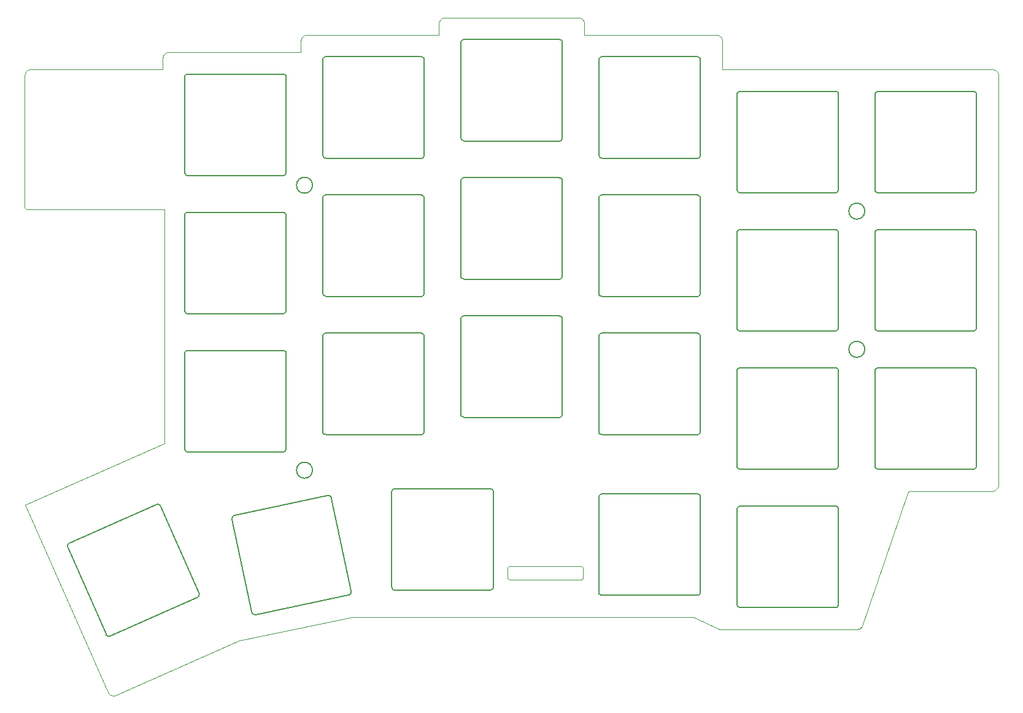
<source format=gbr>
%TF.GenerationSoftware,KiCad,Pcbnew,8.0.3*%
%TF.CreationDate,2024-09-02T20:30:28+10:00*%
%TF.ProjectId,Top_plate,546f705f-706c-4617-9465-2e6b69636164,rev?*%
%TF.SameCoordinates,Original*%
%TF.FileFunction,Profile,NP*%
%FSLAX46Y46*%
G04 Gerber Fmt 4.6, Leading zero omitted, Abs format (unit mm)*
G04 Created by KiCad (PCBNEW 8.0.3) date 2024-09-02 20:30:28*
%MOMM*%
%LPD*%
G01*
G04 APERTURE LIST*
%ADD10C,0.200000*%
%ADD11C,0.100000*%
%TA.AperFunction,Profile*%
%ADD12C,0.100000*%
%TD*%
%TA.AperFunction,Profile*%
%ADD13C,0.200000*%
%TD*%
%TA.AperFunction,Profile*%
%ADD14C,0.050000*%
%TD*%
G04 APERTURE END LIST*
D10*
X169581566Y-65007210D02*
X169559764Y-65202499D01*
X150492756Y-107367543D02*
X150500000Y-107500000D01*
X117704116Y-63463005D02*
X117833216Y-63421100D01*
X79388810Y-100858691D02*
X79381566Y-100726234D01*
X169558428Y-89975154D02*
X169565673Y-90107611D01*
D11*
X96009424Y-43761729D02*
X95912841Y-43798753D01*
X95821746Y-43847622D01*
X95735693Y-43908485D01*
X95719049Y-43922110D01*
D12*
X76350004Y-48480625D02*
X76350004Y-47099375D01*
X115450004Y-41336875D02*
X133500004Y-41336875D01*
X172294099Y-125698172D02*
X171250000Y-125700000D01*
D13*
X174615674Y-84057605D02*
X174615674Y-71057605D01*
D10*
X131416524Y-63652297D02*
X131458429Y-63781398D01*
X93076855Y-87248036D02*
X93222043Y-87328226D01*
X174622919Y-84190062D02*
X174615674Y-84057605D01*
X169065673Y-89607611D02*
X169260962Y-89629413D01*
X155933221Y-70564854D02*
X156065678Y-70557609D01*
X79526246Y-82074883D02*
X79415874Y-81938433D01*
D13*
X112431566Y-47243410D02*
X112431566Y-60243410D01*
D10*
X112369288Y-66028071D02*
X112411193Y-66157171D01*
X155630716Y-65268767D02*
X155588810Y-65139667D01*
X136820382Y-98823307D02*
X136675195Y-98743117D01*
X136633558Y-46904389D02*
X136770008Y-46794017D01*
X155886276Y-65485408D02*
X155741088Y-65405217D01*
D13*
X169075000Y-122686875D02*
X156075006Y-122686875D01*
D10*
X85932866Y-110541786D02*
X85913793Y-110346211D01*
X93344922Y-81872166D02*
X93264731Y-82017353D01*
D12*
X103050002Y-43718125D02*
X114450004Y-43718125D01*
D10*
X136537474Y-85149819D02*
X136617665Y-85004632D01*
X130965674Y-82463855D02*
X131160963Y-82485657D01*
X188513680Y-103448086D02*
X188377230Y-103558459D01*
X174920383Y-103585807D02*
X174775195Y-103505616D01*
D13*
X117465674Y-76913855D02*
X117465674Y-63913855D01*
D10*
X131243123Y-58314445D02*
X131114023Y-58356351D01*
X112256212Y-84947096D02*
X112366585Y-85083546D01*
D13*
X188115673Y-103607609D02*
X175115678Y-103607609D01*
D10*
X150531566Y-60244867D02*
X150509764Y-60440157D01*
X98517727Y-85004626D02*
X98654177Y-84894253D01*
X188310969Y-51529230D02*
X188456157Y-51609420D01*
X169565678Y-84057609D02*
X169543877Y-84252899D01*
D13*
X112415735Y-85345103D02*
X112415735Y-98345103D01*
D10*
X63252171Y-114424345D02*
X63193048Y-114236948D01*
D11*
X58300004Y-48480625D02*
X58195484Y-48481595D01*
X58086867Y-48488385D01*
X57986762Y-48504013D01*
X57909424Y-48524229D01*
D10*
X131443872Y-77109145D02*
X131363681Y-77254333D01*
X150277232Y-79745955D02*
X150148132Y-79787861D01*
X130965674Y-63413855D02*
X131160964Y-63435657D01*
D12*
X77350004Y-46099375D02*
X95400004Y-46099375D01*
D10*
X108308277Y-106283479D02*
X108440735Y-106276234D01*
X79881566Y-63127871D02*
X79686276Y-63106069D01*
X136754116Y-65844255D02*
X136883217Y-65802350D01*
D11*
X191040583Y-106587021D02*
X191137166Y-106549996D01*
X191228261Y-106501127D01*
X191314314Y-106440264D01*
X191330959Y-106426640D01*
D10*
X174854121Y-51556578D02*
X174983222Y-51514673D01*
D13*
X97000004Y-103749375D02*
G75*
G02*
X94800004Y-103749375I-1100000J0D01*
G01*
X94800004Y-103749375D02*
G75*
G02*
X97000004Y-103749375I1100000J0D01*
G01*
D10*
X79403368Y-87530944D02*
X79483558Y-87385757D01*
X81179848Y-121243198D02*
X81061663Y-121303445D01*
X69174563Y-126566226D02*
X68987165Y-126625350D01*
X137015674Y-79795105D02*
X136820384Y-79773303D01*
D13*
X136531566Y-60244867D02*
X136531566Y-47244867D01*
D10*
X169406146Y-70659592D02*
X169516519Y-70796042D01*
D13*
X188615674Y-71057604D02*
X188615674Y-84057605D01*
D10*
X169214023Y-65499965D02*
X169081566Y-65507210D01*
X98736276Y-60721608D02*
X98591088Y-60641418D01*
X93332416Y-87464676D02*
X93374321Y-87593777D01*
X150210962Y-84866911D02*
X150356150Y-84947102D01*
X130981566Y-44363595D02*
X131176855Y-44385397D01*
D13*
X117981566Y-44363595D02*
X130981566Y-44363595D01*
D12*
X149525000Y-124000000D02*
X102475000Y-124000000D01*
D10*
X150356150Y-84947102D02*
X150466522Y-85083551D01*
X156081566Y-65507210D02*
X155886276Y-65485408D01*
D13*
X111931566Y-60743410D02*
X98931566Y-60743410D01*
D10*
X155820008Y-51556360D02*
X155949108Y-51514454D01*
X98431566Y-47243410D02*
X98453368Y-47048120D01*
D13*
X137000006Y-107000000D02*
X149999998Y-106999992D01*
D10*
X93014023Y-101218989D02*
X92881566Y-101226234D01*
X131306151Y-82565847D02*
X131416523Y-82702297D01*
X99037341Y-107259602D02*
X99232916Y-107240528D01*
X169567756Y-109054418D02*
X169575000Y-109186875D01*
X117833217Y-82471100D02*
X117965674Y-82463855D01*
X112415735Y-98345103D02*
X112393933Y-98540393D01*
X98575257Y-98743111D02*
X98464885Y-98606661D01*
X136883215Y-84852354D02*
X137015672Y-84845109D01*
D12*
X96400004Y-43718125D02*
X103050002Y-43718125D01*
D10*
X136538810Y-60377324D02*
X136531566Y-60244867D01*
D11*
X190650004Y-106630625D02*
X190754522Y-106629654D01*
X190863140Y-106622864D01*
X190963244Y-106607236D01*
X191040583Y-106587021D01*
D10*
X99391553Y-107288946D02*
X99527767Y-107399609D01*
X188248130Y-103600364D02*
X188115673Y-103607609D01*
D12*
X95400004Y-46099375D02*
X95400004Y-44718125D01*
D11*
X57398304Y-48961875D02*
X57353731Y-49060870D01*
X57324187Y-49163697D01*
X57314493Y-49215710D01*
D13*
X173200002Y-87080625D02*
G75*
G02*
X171000002Y-87080625I-1100000J0D01*
G01*
X171000002Y-87080625D02*
G75*
G02*
X173200002Y-87080625I1100000J0D01*
G01*
D10*
X121636025Y-106298036D02*
X121781212Y-106378226D01*
X79541088Y-101124242D02*
X79430716Y-100987792D01*
X136675195Y-98743117D02*
X136564822Y-98606667D01*
X169343123Y-65458060D02*
X169214023Y-65499965D01*
X117487476Y-63718565D02*
X117567666Y-63573378D01*
X121933490Y-106643777D02*
X121940735Y-106776234D01*
D12*
X153550004Y-44718125D02*
X153550004Y-48480624D01*
D11*
X69779482Y-134801336D02*
X69877213Y-134770044D01*
X69976221Y-134729913D01*
X70027584Y-134707339D01*
D10*
X131306151Y-63515848D02*
X131416524Y-63652297D01*
X98425682Y-79422086D02*
X98418438Y-79289628D01*
D12*
X57343635Y-108522088D02*
X76543635Y-100032088D01*
D13*
X137015674Y-65795105D02*
X150015674Y-65795105D01*
D10*
X79483558Y-49287394D02*
X79620008Y-49177021D01*
D13*
X112418438Y-66289628D02*
X112418438Y-79289628D01*
X155581566Y-65007210D02*
X155581566Y-52007210D01*
D10*
X93317574Y-68415318D02*
X93359479Y-68544418D01*
X131160963Y-82485657D02*
X131306151Y-82565847D01*
D11*
X76448304Y-46576260D02*
X76406747Y-46670236D01*
X76377674Y-46766993D01*
X76364493Y-46834460D01*
D10*
X112366585Y-85083546D02*
X112408490Y-85212646D01*
X86190511Y-109983651D02*
X86318604Y-109949159D01*
X112179996Y-79740478D02*
X112050895Y-79782384D01*
X88656915Y-123388616D02*
X88622424Y-123260523D01*
X107947979Y-119908691D02*
X107940735Y-119776234D01*
X117981566Y-58363595D02*
X117786276Y-58341793D01*
D13*
X156065678Y-89607609D02*
X169065673Y-89607611D01*
D10*
X169532416Y-51745652D02*
X169574321Y-51874752D01*
X93076855Y-49149673D02*
X93222043Y-49229864D01*
X188608428Y-89975151D02*
X188615673Y-90107609D01*
X174664824Y-84319162D02*
X174622919Y-84190062D01*
D13*
X79381566Y-100726234D02*
X79381566Y-87726234D01*
D10*
X188566523Y-70796046D02*
X188608429Y-70925146D01*
D11*
X57314493Y-49215710D02*
X57303541Y-49317742D01*
X57300155Y-49424521D01*
X57300004Y-49480625D01*
D10*
X131458429Y-82831397D02*
X131465674Y-82963855D01*
X174854116Y-70606755D02*
X174983217Y-70564849D01*
X112313742Y-98685581D02*
X112177292Y-98795953D01*
D12*
X153550004Y-48480624D02*
X190650002Y-48480617D01*
D11*
X76959424Y-46142979D02*
X76862841Y-46180003D01*
X76771746Y-46228872D01*
X76685693Y-46289735D01*
X76669049Y-46303360D01*
D10*
X112193123Y-60694260D02*
X112064023Y-60736166D01*
D13*
X93366724Y-68676876D02*
X93366724Y-81676876D01*
D10*
X188377237Y-65458278D02*
X188248137Y-65500183D01*
D13*
X136500006Y-120500000D02*
X136500006Y-107500000D01*
D10*
X117625197Y-96361863D02*
X117514824Y-96225413D01*
X136500000Y-107500000D02*
X136521802Y-107304710D01*
X131098132Y-96456611D02*
X130965674Y-96463855D01*
X131432416Y-44602038D02*
X131474321Y-44731138D01*
X117530716Y-58125153D02*
X117488810Y-57996053D01*
D13*
X137015678Y-84845109D02*
X150015670Y-84845101D01*
D14*
X134335185Y-118638595D02*
G75*
G02*
X134133319Y-118838792I-201885J1695D01*
G01*
D13*
X169581566Y-52007210D02*
X169581566Y-65007210D01*
D10*
X79415874Y-81938433D02*
X79373968Y-81809333D01*
D11*
X190914917Y-48495106D02*
X190812884Y-48484154D01*
X190706105Y-48480768D01*
X190650002Y-48480617D01*
X114548304Y-41813760D02*
X114506747Y-41907736D01*
X114477674Y-42004493D01*
X114464493Y-42071960D01*
D10*
X117514824Y-96225413D02*
X117472919Y-96096313D01*
X136522919Y-79427563D02*
X136515674Y-79295105D01*
D14*
X123948127Y-118636877D02*
X123948134Y-117160155D01*
D10*
X79388810Y-62760329D02*
X79381566Y-62627871D01*
D13*
X98915735Y-84845103D02*
X111915735Y-84845103D01*
D10*
X93143123Y-63078721D02*
X93014023Y-63120627D01*
X150000000Y-107000000D02*
X150195290Y-107021802D01*
X81280931Y-121152617D02*
X81179848Y-121243198D01*
X131481566Y-57863595D02*
X131459764Y-58058885D01*
D13*
X136515674Y-79295105D02*
X136515674Y-66295105D01*
D10*
X136691088Y-60642874D02*
X136580716Y-60506424D01*
X98422979Y-98477561D02*
X98415735Y-98345103D01*
X169543871Y-103302901D02*
X169463680Y-103448089D01*
D11*
X115450004Y-41336875D02*
X115345484Y-41337845D01*
X115236867Y-41344635D01*
X115136762Y-41360263D01*
X115059424Y-41380479D01*
D10*
X188608435Y-51874971D02*
X188615679Y-52007428D01*
X136675197Y-79693113D02*
X136564824Y-79556663D01*
D13*
X121440735Y-120276234D02*
X108440735Y-120276234D01*
D10*
X117583558Y-44523118D02*
X117720008Y-44412745D01*
X93264731Y-82017353D02*
X93128281Y-82127726D01*
D11*
X68906352Y-134537266D02*
X68979306Y-134610592D01*
X69060869Y-134674105D01*
X69151358Y-134728152D01*
X69170555Y-134737856D01*
D13*
X188115679Y-65507428D02*
X175115679Y-65507428D01*
D10*
X93359479Y-68544418D02*
X93366724Y-68676876D01*
X117465674Y-63913855D02*
X117487476Y-63718565D01*
X169516522Y-89846054D02*
X169558428Y-89975154D01*
X93359764Y-62823161D02*
X93279573Y-62968349D01*
X131098131Y-77406611D02*
X130965674Y-77413855D01*
X112431566Y-60243410D02*
X112409764Y-60438700D01*
X63287684Y-113915563D02*
X63388767Y-113824982D01*
X188115673Y-89607609D02*
X188310963Y-89629411D01*
X75394052Y-108501954D02*
X75581450Y-108442830D01*
X93207201Y-68278868D02*
X93317574Y-68415318D01*
X98480716Y-60504968D02*
X98438810Y-60375868D01*
D11*
X115059424Y-41380479D02*
X114962841Y-41417503D01*
X114871746Y-41466372D01*
X114785693Y-41527235D01*
X114769049Y-41540860D01*
D10*
X155933215Y-89614856D02*
X156065673Y-89607611D01*
D13*
X98415735Y-98345103D02*
X98415735Y-85345103D01*
D10*
X93374321Y-49495414D02*
X93381566Y-49627871D01*
D12*
X171250000Y-125700000D02*
X153200000Y-125700000D01*
D10*
X188566529Y-51745870D02*
X188608435Y-51874971D01*
D11*
X76364493Y-46834460D02*
X76353541Y-46936492D01*
X76350155Y-47043271D01*
X76350004Y-47099375D01*
D10*
X117720008Y-44412745D02*
X117849108Y-44370840D01*
X155667671Y-70717132D02*
X155804121Y-70606759D01*
X150398008Y-120840478D02*
X150261558Y-120950850D01*
X174637476Y-70862315D02*
X174717667Y-70717127D01*
D13*
X97000002Y-64458750D02*
G75*
G02*
X94800002Y-64458750I-1100000J0D01*
G01*
X94800002Y-64458750D02*
G75*
G02*
X97000002Y-64458750I1100000J0D01*
G01*
X131465674Y-82963855D02*
X131465674Y-95963855D01*
X150531566Y-47244867D02*
X150531566Y-60244867D01*
D10*
X169516519Y-70796042D02*
X169558425Y-70925142D01*
X112272043Y-46845403D02*
X112382416Y-46981852D01*
X79686276Y-63106069D02*
X79541088Y-63025879D01*
X188115679Y-51507428D02*
X188310969Y-51529230D01*
D11*
X76669049Y-46303360D02*
X76593698Y-46374007D01*
X76522567Y-46458107D01*
X76465399Y-46544991D01*
X76448304Y-46576260D01*
D13*
X117965674Y-82463855D02*
X130965674Y-82463855D01*
D10*
X169565673Y-103107611D02*
X169543871Y-103302901D01*
D11*
X68708363Y-134197775D02*
X68751562Y-134292953D01*
X68801743Y-134389523D01*
X68856558Y-134474732D01*
X68906352Y-134537266D01*
D10*
X117770384Y-96442053D02*
X117625197Y-96361863D01*
X155565673Y-90107611D02*
X155587475Y-89912321D01*
X98670008Y-46792560D02*
X98799108Y-46750655D01*
D13*
X98931566Y-46743410D02*
X111931566Y-46743410D01*
D10*
X102179518Y-120854503D02*
X102061880Y-120922211D01*
D13*
X79881566Y-87226234D02*
X92881566Y-87226234D01*
D14*
X57500000Y-67779999D02*
G75*
G02*
X57305396Y-67510000I90000J269999D01*
G01*
D10*
X188593877Y-65202718D02*
X188513687Y-65347905D01*
X98785980Y-65796873D02*
X98918438Y-65789628D01*
X155614829Y-84319167D02*
X155572923Y-84190067D01*
X107940735Y-106776234D02*
X107962537Y-106580944D01*
X79381566Y-49627871D02*
X79403368Y-49432581D01*
X136770008Y-46794017D02*
X136899108Y-46752111D01*
X112050895Y-79782384D02*
X111918438Y-79789628D01*
D11*
X191446017Y-48799662D02*
X191375369Y-48724311D01*
X191291269Y-48653180D01*
X191204386Y-48596012D01*
X191173118Y-48578917D01*
D10*
X150466523Y-66033547D02*
X150508429Y-66162647D01*
D13*
X169065678Y-103607609D02*
X156065678Y-103607609D01*
D10*
X150450850Y-107238442D02*
X150492756Y-107367543D01*
D13*
X68514952Y-126311445D02*
X63252171Y-114424345D01*
D10*
X117641088Y-58261603D02*
X117530716Y-58125153D01*
X150277230Y-98795959D02*
X150148130Y-98837865D01*
X108179177Y-106325384D02*
X108308277Y-106283479D01*
X117481566Y-44863595D02*
X117503368Y-44668306D01*
X117704116Y-82513005D02*
X117833217Y-82471100D01*
X117567666Y-63573378D02*
X117704116Y-63463005D01*
X93359764Y-100921524D02*
X93279573Y-101066711D01*
D11*
X191551704Y-106153740D02*
X191593260Y-106059763D01*
X191622333Y-105963006D01*
X191635515Y-105895540D01*
D10*
X150261558Y-120950850D02*
X150132458Y-120992756D01*
X169525850Y-108925317D02*
X169567756Y-109054418D01*
D11*
X134456400Y-41946295D02*
X134419375Y-41849712D01*
X134370506Y-41758617D01*
X134309643Y-41672564D01*
X134296019Y-41655920D01*
D13*
X79881566Y-49127871D02*
X92881566Y-49127871D01*
D10*
X188377230Y-103558459D02*
X188248130Y-103600364D01*
X98918438Y-79789628D02*
X98723148Y-79767826D01*
X93222043Y-87328226D02*
X93332416Y-87464676D01*
X79381566Y-87726234D02*
X79403368Y-87530944D01*
X79483558Y-87385757D02*
X79620008Y-87275384D01*
X155596802Y-108991585D02*
X155676993Y-108846398D01*
X79866724Y-82176876D02*
X79671434Y-82155074D01*
X92866724Y-68176876D02*
X93062013Y-68198678D01*
D11*
X153073119Y-43816425D02*
X152979142Y-43774868D01*
X152882385Y-43745795D01*
X152814919Y-43732614D01*
D10*
X136553368Y-47049577D02*
X136633558Y-46904389D01*
X155572923Y-84190067D02*
X155565679Y-84057610D01*
X188456157Y-51609420D02*
X188566529Y-51745870D01*
X169075000Y-108686875D02*
X169270290Y-108708677D01*
X155870389Y-84535808D02*
X155725201Y-84455617D01*
X136738442Y-107049150D02*
X136867543Y-107007245D01*
X150148130Y-98837865D02*
X150015672Y-98845109D01*
X98783277Y-84852348D02*
X98915735Y-84845103D01*
X169543877Y-84252899D02*
X169463686Y-84398087D01*
X98799108Y-46750655D02*
X98931566Y-46743410D01*
X169559764Y-65202499D02*
X169479573Y-65347687D01*
X112048192Y-98837859D02*
X111915735Y-98845103D01*
D11*
X114464493Y-42071960D02*
X114453541Y-42173992D01*
X114450155Y-42280771D01*
X114450004Y-42336875D01*
D10*
X92999181Y-82169631D02*
X92866724Y-82176876D01*
D13*
X92866724Y-82176876D02*
X79866724Y-82176876D01*
D12*
X153200000Y-125700000D02*
X149525000Y-124000000D01*
D10*
X131227232Y-77364705D02*
X131098131Y-77406611D01*
D11*
X96400004Y-43718125D02*
X96295484Y-43719095D01*
X96186867Y-43725885D01*
X96086762Y-43741513D01*
X96009424Y-43761729D01*
X191635515Y-105895540D02*
X191646466Y-105793507D01*
X191649852Y-105686728D01*
X191650004Y-105630625D01*
D10*
X93374321Y-87593777D02*
X93381566Y-87726234D01*
X150132458Y-120992756D02*
X150000000Y-121000000D01*
X175115673Y-103607609D02*
X174920383Y-103585807D01*
X112393933Y-98540393D02*
X112313742Y-98685581D01*
D13*
X174615679Y-65007428D02*
X174615679Y-52007428D01*
D10*
X155725195Y-103505619D02*
X155614823Y-103369169D01*
X98438810Y-60375868D02*
X98431566Y-60243410D01*
X169558425Y-70925142D02*
X169565669Y-71057600D01*
X93279573Y-101066711D02*
X93143123Y-101177084D01*
X156075000Y-122686875D02*
X155879710Y-122665073D01*
X155870383Y-103585809D02*
X155725195Y-103505619D01*
X79734266Y-68184120D02*
X79866724Y-68176876D01*
X117625196Y-77311863D02*
X117514824Y-77175413D01*
X169553198Y-122382165D02*
X169473008Y-122527353D01*
X88860838Y-123616916D02*
X88724624Y-123506253D01*
X136522917Y-98477567D02*
X136515672Y-98345109D01*
X79686276Y-101204432D02*
X79541088Y-101124242D01*
X155725201Y-84455617D02*
X155614829Y-84319167D01*
X112316445Y-79630106D02*
X112179996Y-79740478D01*
X63388767Y-113824982D02*
X63506953Y-113764735D01*
X131363682Y-96304333D02*
X131227232Y-96414705D01*
D11*
X57909424Y-48524229D02*
X57812841Y-48561253D01*
X57721746Y-48610122D01*
X57635693Y-48670985D01*
X57619049Y-48684610D01*
D10*
X98591088Y-60641418D02*
X98480716Y-60504968D01*
D13*
X79381566Y-62627871D02*
X79381566Y-49627871D01*
D12*
X191650002Y-49480617D02*
X191650004Y-105630625D01*
D10*
X188513687Y-65347905D02*
X188377237Y-65458278D01*
X98720445Y-98823301D02*
X98575257Y-98743111D01*
X79749108Y-49135116D02*
X79881566Y-49127871D01*
X121440735Y-106276234D02*
X121636025Y-106298036D01*
X169574321Y-51874752D02*
X169581566Y-52007210D01*
X79620008Y-87275384D02*
X79749108Y-87233479D01*
X131363681Y-77254333D02*
X131227232Y-77364705D01*
X79403368Y-49432581D02*
X79483558Y-49287394D01*
X117567667Y-82623378D02*
X117704116Y-82513005D01*
X174920384Y-84535803D02*
X174775197Y-84455612D01*
D13*
X117965674Y-63413855D02*
X130965674Y-63413855D01*
D10*
X79373968Y-81809333D02*
X79366724Y-81676876D01*
D12*
X76543635Y-67782088D02*
X57500000Y-67779999D01*
D10*
X107962537Y-106580944D02*
X108042727Y-106435757D01*
D14*
X124150000Y-116960000D02*
X134135037Y-116960007D01*
D13*
X111918438Y-79789628D02*
X98918438Y-79789628D01*
D12*
X57300004Y-49480625D02*
X57310000Y-60380000D01*
D10*
X188248132Y-84550360D02*
X188115674Y-84557605D01*
X117849108Y-44370840D02*
X117981566Y-44363595D01*
D11*
X134023119Y-41435175D02*
X133929142Y-41393618D01*
X133832385Y-41364545D01*
X133764919Y-41351364D01*
D10*
X98577960Y-79687636D02*
X98467588Y-79551186D01*
X63207597Y-114071726D02*
X63287684Y-113915563D01*
X117488810Y-57996053D02*
X117481566Y-57863595D01*
D13*
X107940735Y-119776234D02*
X107940735Y-106776234D01*
X137031566Y-46744867D02*
X150031566Y-46744867D01*
X98418438Y-79289628D02*
X98418438Y-66289628D01*
D10*
X188615674Y-84057605D02*
X188593872Y-84252894D01*
D13*
X150515674Y-66295105D02*
X150515674Y-79295105D01*
D10*
X155949108Y-51514454D02*
X156081566Y-51507210D01*
D13*
X169565669Y-71057600D02*
X169565678Y-84057609D01*
D10*
X68821944Y-126610801D02*
X68665781Y-126530714D01*
X150164023Y-60737622D02*
X150031566Y-60744867D01*
X68665781Y-126530714D02*
X68575199Y-126429630D01*
X79671434Y-82155074D02*
X79526246Y-82074883D01*
X136531566Y-47244867D02*
X136553368Y-47049577D01*
D13*
X155565679Y-84057610D02*
X155565679Y-71057609D01*
X99629968Y-107645339D02*
X102319525Y-120364077D01*
X150031566Y-60744867D02*
X137031566Y-60744867D01*
D10*
X98440240Y-66094339D02*
X98520430Y-65949151D01*
D11*
X191650002Y-49480617D02*
X191649031Y-49376098D01*
X191642241Y-49267480D01*
X191626613Y-49167376D01*
X191606398Y-49090038D01*
X57619049Y-48684610D02*
X57543698Y-48755257D01*
X57472567Y-48839357D01*
X57415399Y-48926241D01*
X57398304Y-48957510D01*
D13*
X130965674Y-77413855D02*
X117965674Y-77413855D01*
D10*
X169327230Y-103558461D02*
X169198130Y-103600367D01*
D13*
X131465674Y-63913855D02*
X131465674Y-76913855D01*
D10*
X117965674Y-96463855D02*
X117770384Y-96442053D01*
X175115674Y-84557605D02*
X174920384Y-84535803D01*
X117503368Y-44668306D02*
X117583558Y-44523118D01*
X150031566Y-46744867D02*
X150226855Y-46766669D01*
D13*
X98918438Y-65789628D02*
X111918438Y-65789628D01*
D10*
X137000000Y-121000000D02*
X136804710Y-120978198D01*
D12*
X179152296Y-106942240D02*
X172745970Y-125409733D01*
D10*
X150413680Y-98685587D02*
X150277230Y-98795959D01*
X136754114Y-84894259D02*
X136883215Y-84852354D01*
X131458429Y-63781398D02*
X131465674Y-63913855D01*
D13*
X136515678Y-98345109D02*
X136515678Y-85345109D01*
D10*
X169463686Y-84398087D02*
X169327236Y-84508459D01*
D13*
X169565673Y-90107611D02*
X169565678Y-103107609D01*
D10*
X102290181Y-120718289D02*
X102179518Y-120854503D01*
X93143123Y-101177084D02*
X93014023Y-101218989D01*
X108440735Y-120276234D02*
X108245445Y-120254432D01*
X174664823Y-103369166D02*
X174622917Y-103240066D01*
X188248137Y-65500183D02*
X188115679Y-65507428D01*
X150148132Y-79787861D02*
X150015674Y-79795105D01*
X75993416Y-108638550D02*
X76053663Y-108756735D01*
D13*
X155575006Y-122186875D02*
X155575006Y-109186875D01*
D10*
X150372043Y-46846859D02*
X150482416Y-46983309D01*
X98437537Y-85149814D02*
X98517727Y-85004626D01*
X121891585Y-106514676D02*
X121933490Y-106643777D01*
X155813442Y-108736025D02*
X155942543Y-108694120D01*
X169463680Y-103448089D02*
X169327230Y-103558461D01*
X150340478Y-107101993D02*
X150450850Y-107238442D01*
X188115673Y-70557604D02*
X188310963Y-70579406D01*
X150493872Y-79490395D02*
X150413682Y-79635583D01*
X155603368Y-51811920D02*
X155683558Y-51666732D01*
X169415478Y-108788868D02*
X169525850Y-108925317D01*
X150482416Y-46983309D02*
X150524321Y-47112409D01*
X88724624Y-123506253D02*
X88656915Y-123388616D01*
X75581450Y-108442830D02*
X75746672Y-108457379D01*
X150515672Y-98345109D02*
X150493870Y-98540399D01*
D11*
X95414493Y-44453210D02*
X95403541Y-44555242D01*
X95400155Y-44662021D01*
X95400004Y-44718125D01*
D10*
X155804121Y-70606759D02*
X155933221Y-70564854D01*
D13*
X121940735Y-106776234D02*
X121940735Y-119776234D01*
D10*
X188310963Y-70579406D02*
X188456151Y-70659596D01*
X136564822Y-98606667D02*
X136522917Y-98477567D01*
X131379573Y-58204073D02*
X131243123Y-58314445D01*
X98520430Y-65949151D02*
X98656880Y-65838778D01*
X81316444Y-120643835D02*
X81375567Y-120831232D01*
X79620008Y-49177021D02*
X79749108Y-49135116D01*
X188456151Y-70659596D02*
X188566523Y-70796046D01*
X155565679Y-71057609D02*
X155587481Y-70862319D01*
X93381566Y-62627871D02*
X93359764Y-62823161D01*
X79366724Y-68676876D02*
X79388526Y-68481586D01*
X79468716Y-68336398D02*
X79605166Y-68226026D01*
X150210963Y-65816907D02*
X150356151Y-65897097D01*
X89215050Y-123646261D02*
X89019475Y-123665334D01*
X174615674Y-71057605D02*
X174637476Y-70862315D01*
D13*
X175115679Y-51507428D02*
X188115679Y-51507428D01*
D11*
X153550004Y-44718125D02*
X153549033Y-44613605D01*
X153542243Y-44504988D01*
X153526615Y-44404883D01*
X153506400Y-44327545D01*
D10*
X150356151Y-65897097D02*
X150466523Y-66033547D01*
X150015674Y-65795105D02*
X150210963Y-65816907D01*
X131322043Y-44465588D02*
X131432416Y-44602038D01*
D11*
X191330959Y-106426640D02*
X191406309Y-106355992D01*
X191477440Y-106271892D01*
X191534608Y-106185008D01*
X191551704Y-106153740D01*
D10*
X63193048Y-114236948D02*
X63207597Y-114071726D01*
X112126855Y-46765212D02*
X112272043Y-46845403D01*
X155572917Y-103240069D02*
X155565673Y-103107611D01*
X136899108Y-46752111D02*
X137031566Y-46744867D01*
X112411193Y-66157171D02*
X112418438Y-66289628D01*
D11*
X77350004Y-46099375D02*
X77245484Y-46100345D01*
X77136867Y-46107135D01*
X77036762Y-46122763D01*
X76959424Y-46142979D01*
D12*
X76543635Y-100032088D02*
X76543635Y-67782088D01*
D10*
X68575199Y-126429630D02*
X68514952Y-126311445D01*
X175115679Y-65507428D02*
X174920389Y-65485626D01*
X174854115Y-89656759D02*
X174983215Y-89614853D01*
X136507245Y-120632458D02*
X136500000Y-120500000D01*
X188566523Y-89846051D02*
X188608428Y-89975151D01*
X93332416Y-49366314D02*
X93374321Y-49495414D01*
X136537476Y-66099816D02*
X136617667Y-65954628D01*
X131176855Y-44385397D02*
X131322043Y-44465588D01*
X169065669Y-70557600D02*
X169260959Y-70579402D01*
X155942543Y-108694120D02*
X156075000Y-108686875D01*
X131459764Y-58058885D02*
X131379573Y-58204073D01*
D11*
X191173118Y-48578917D02*
X191079140Y-48537360D01*
X190982383Y-48508287D01*
X190914917Y-48495106D01*
D10*
X188608429Y-70925146D02*
X188615674Y-71057604D01*
X102061880Y-120922211D02*
X101933788Y-120956703D01*
X174775195Y-103505616D02*
X174664823Y-103369166D01*
X169336558Y-122637725D02*
X169207458Y-122679631D01*
X89019475Y-123665334D02*
X88860838Y-123616916D01*
X150500000Y-120500000D02*
X150478198Y-120695290D01*
X92881566Y-49127871D02*
X93076855Y-49149673D01*
X155683558Y-51666732D02*
X155820008Y-51556360D01*
D13*
X93381566Y-87726234D02*
X93381566Y-100726234D01*
D14*
X123948134Y-117160155D02*
G75*
G02*
X124150000Y-116960026I201866J-1745D01*
G01*
D10*
X112113728Y-65811430D02*
X112258915Y-65891621D01*
X174983215Y-89614853D02*
X175115673Y-89607609D01*
X79749108Y-87233479D02*
X79881566Y-87226234D01*
X85962211Y-110187574D02*
X86072873Y-110051359D01*
X150293123Y-60695717D02*
X150164023Y-60737622D01*
X75902834Y-108537466D02*
X75993416Y-108638550D01*
X174622924Y-65139885D02*
X174615679Y-65007428D01*
X117465674Y-82963855D02*
X117487476Y-82768566D01*
X98931566Y-60743410D02*
X98736276Y-60721608D01*
D12*
X134500004Y-43718125D02*
X141150000Y-43718125D01*
D10*
X93062013Y-68198678D02*
X93207201Y-68278868D01*
X150515674Y-79295105D02*
X150493872Y-79490395D01*
X136564824Y-79556663D02*
X136522919Y-79427563D01*
X85913793Y-110346211D02*
X85962211Y-110187574D01*
D13*
X175115674Y-70557605D02*
X188115673Y-70557604D01*
D10*
X79430716Y-100987792D02*
X79388810Y-100858691D01*
X121940735Y-119776234D02*
X121918933Y-119971524D01*
X121838742Y-120116711D02*
X121702292Y-120227084D01*
D13*
X79366724Y-81676876D02*
X79366724Y-68676876D01*
X79866724Y-68176876D02*
X92866724Y-68176876D01*
D10*
X136867543Y-107007245D02*
X137000000Y-107000000D01*
D12*
X60705002Y-48480625D02*
X76350004Y-48480625D01*
D10*
X131227232Y-96414705D02*
X131098132Y-96456611D01*
X131443872Y-96159145D02*
X131363682Y-96304333D01*
X174717672Y-51666951D02*
X174854121Y-51556578D01*
X117514824Y-77175413D02*
X117472918Y-77046313D01*
X98533558Y-46902933D02*
X98670008Y-46792560D01*
X169081566Y-51507210D02*
X169276855Y-51529012D01*
X112396636Y-79484918D02*
X112316445Y-79630106D01*
X121573192Y-120268989D02*
X121440735Y-120276234D01*
D13*
X111915735Y-98845103D02*
X98915735Y-98845103D01*
D10*
X93381566Y-100726234D02*
X93359764Y-100921524D01*
D13*
X117465674Y-95963855D02*
X117465674Y-82963855D01*
D10*
X112409764Y-60438700D02*
X112329573Y-60583888D01*
X137031566Y-60744867D02*
X136836276Y-60723065D01*
D13*
X150515670Y-85345101D02*
X150515678Y-98345109D01*
D10*
X136580716Y-60506424D02*
X136538810Y-60377324D01*
X112329573Y-60583888D02*
X112193123Y-60694260D01*
D12*
X114450004Y-43718125D02*
X114450004Y-42336875D01*
D10*
X98467588Y-79551186D02*
X98425682Y-79422086D01*
X117472919Y-96096313D02*
X117465674Y-95963855D01*
X174983217Y-70564849D02*
X175115674Y-70557605D01*
X121781212Y-106378226D02*
X121891585Y-106514676D01*
D13*
X98431566Y-60243410D02*
X98431566Y-47243410D01*
D10*
X155879710Y-122665073D02*
X155734523Y-122584883D01*
D13*
X150015672Y-98845109D02*
X137015678Y-98845109D01*
D10*
X150509764Y-60440157D02*
X150429573Y-60585344D01*
X169198130Y-103600367D02*
X169065673Y-103607611D01*
X136601993Y-107159523D02*
X136738442Y-107049150D01*
X155676993Y-108846398D02*
X155813442Y-108736025D01*
X150478198Y-120695290D02*
X150398008Y-120840478D01*
X155588810Y-65139667D02*
X155581566Y-65007210D01*
X136515672Y-85345109D02*
X136537474Y-85149819D01*
X99527767Y-107399609D02*
X99595476Y-107517246D01*
D13*
X156075006Y-108686875D02*
X169074998Y-108686867D01*
D10*
X188593871Y-103302898D02*
X188513680Y-103448086D01*
X137015672Y-98845109D02*
X136820382Y-98823307D01*
X169198136Y-84550365D02*
X169065678Y-84557610D01*
D13*
X130981566Y-58363595D02*
X117981566Y-58363595D01*
X150000000Y-121000000D02*
X137000006Y-121000000D01*
D11*
X133764919Y-41351364D02*
X133662886Y-41340412D01*
X133556107Y-41337026D01*
X133500004Y-41336875D01*
D10*
X112382416Y-46981852D02*
X112424321Y-47110953D01*
D14*
X134135037Y-116960007D02*
G75*
G02*
X134335200Y-117161873I-1737J-201893D01*
G01*
D10*
X155587475Y-89912321D02*
X155667665Y-89767134D01*
D13*
X131481566Y-44863595D02*
X131481566Y-57863595D01*
D10*
X131474321Y-44731138D02*
X131481566Y-44863595D01*
X98453368Y-47048120D02*
X98533558Y-46902933D01*
X188377232Y-84508455D02*
X188248132Y-84550360D01*
D11*
X69509457Y-134829226D02*
X69612212Y-134829181D01*
X69712455Y-134816595D01*
X69779482Y-134801336D01*
D10*
X155575000Y-109186875D02*
X155596802Y-108991585D01*
X174717665Y-89767131D02*
X174854115Y-89656759D01*
X155614823Y-103369169D02*
X155572917Y-103240069D01*
X169260959Y-70579402D02*
X169406146Y-70659592D01*
X111918438Y-65789628D02*
X112113728Y-65811430D01*
X150413682Y-79635583D02*
X150277232Y-79745955D01*
X107989885Y-120037792D02*
X107947979Y-119908691D01*
D14*
X134133319Y-118838750D02*
X124148282Y-118838743D01*
D10*
X108042727Y-106435757D02*
X108179177Y-106325384D01*
D13*
X188615670Y-90107601D02*
X188615677Y-103107609D01*
D10*
X136549150Y-120761558D02*
X136507245Y-120632458D01*
D13*
X92881566Y-63127871D02*
X79881566Y-63127871D01*
D10*
X112418438Y-79289628D02*
X112396636Y-79484918D01*
D11*
X95719049Y-43922110D02*
X95643698Y-43992757D01*
X95572567Y-44076857D01*
X95515399Y-44163741D01*
X95498304Y-44195010D01*
D10*
X102319525Y-120364077D02*
X102338598Y-120559652D01*
X136820384Y-79773303D02*
X136675197Y-79693113D01*
D13*
X173200002Y-68030625D02*
G75*
G02*
X171000002Y-68030625I-1100000J0D01*
G01*
X171000002Y-68030625D02*
G75*
G02*
X173200002Y-68030625I1100000J0D01*
G01*
X156081566Y-51507210D02*
X169081566Y-51507210D01*
D10*
X155581566Y-52007210D02*
X155603368Y-51811920D01*
X111931566Y-46743410D02*
X112126855Y-46765212D01*
X188593872Y-84252894D02*
X188513682Y-84398082D01*
X112258915Y-65891621D02*
X112369288Y-66028071D01*
X188615673Y-103107609D02*
X188593871Y-103302898D01*
X150429573Y-60585344D02*
X150293123Y-60695717D01*
X112408490Y-85212646D02*
X112415735Y-85345103D01*
X169276855Y-51529012D02*
X169422043Y-51609202D01*
D11*
X152814919Y-43732614D02*
X152712886Y-43721662D01*
X152606107Y-43718276D01*
X152550004Y-43718125D01*
D10*
X155667665Y-89767134D02*
X155804115Y-89656761D01*
X108100257Y-120174242D02*
X107989885Y-120037792D01*
X121918933Y-119971524D02*
X121838742Y-120116711D01*
D13*
X150015674Y-79795105D02*
X137015674Y-79795105D01*
D10*
X93014023Y-63120627D02*
X92881566Y-63127871D01*
D11*
X153506400Y-44327545D02*
X153469375Y-44230962D01*
X153420506Y-44139867D01*
X153359643Y-44053814D01*
X153346019Y-44037170D01*
D10*
X131465674Y-95963855D02*
X131443872Y-96159145D01*
X79541088Y-63025879D02*
X79430716Y-62889429D01*
X174615679Y-52007428D02*
X174637481Y-51812138D01*
X68987165Y-126625350D02*
X68821944Y-126610801D01*
X188456150Y-89709601D02*
X188566523Y-89846051D01*
X131465674Y-76913855D02*
X131443872Y-77109145D01*
X150524321Y-47112409D02*
X150531566Y-47244867D01*
X131416523Y-82702297D02*
X131458429Y-82831397D01*
D11*
X134296019Y-41655920D02*
X134225371Y-41580569D01*
X134141271Y-41509438D01*
X134054387Y-41452270D01*
X134023119Y-41435175D01*
D13*
X169574998Y-109186867D02*
X169575006Y-122186875D01*
D10*
X93128281Y-82127726D02*
X92999181Y-82169631D01*
X79430716Y-62889429D02*
X79388810Y-62760329D01*
X99595476Y-107517246D02*
X99629968Y-107645339D01*
D13*
X81061663Y-121303445D02*
X69174563Y-126566226D01*
X86318604Y-109949159D02*
X99037341Y-107259602D01*
D10*
X174664829Y-65268986D02*
X174622924Y-65139885D01*
X112424321Y-47110953D02*
X112431566Y-47243410D01*
X98915735Y-98845103D02*
X98720445Y-98823301D01*
D13*
X155565678Y-103107609D02*
X155565678Y-90107609D01*
D10*
X155587481Y-70862319D02*
X155667671Y-70717132D01*
D11*
X114769049Y-41540860D02*
X114693698Y-41611507D01*
X114622567Y-41695607D01*
X114565399Y-41782491D01*
X114548304Y-41813760D01*
D10*
X117833216Y-63421100D02*
X117965674Y-63413855D01*
D11*
X95498304Y-44195010D02*
X95456747Y-44288986D01*
X95427674Y-44385743D01*
X95414493Y-44453210D01*
D13*
X169081566Y-65507210D02*
X156081566Y-65507210D01*
D12*
X179625000Y-106630625D02*
X190650004Y-106630625D01*
D10*
X86072873Y-110051359D02*
X86190511Y-109983651D01*
X174775197Y-84455612D02*
X174664824Y-84319162D01*
X117487476Y-82768566D02*
X117567667Y-82623378D01*
X112064023Y-60736166D02*
X111931566Y-60743410D01*
X81375567Y-120831232D02*
X81361018Y-120996454D01*
X169260962Y-89629413D02*
X169406150Y-89709604D01*
X174622917Y-103240066D02*
X174615673Y-103107609D01*
D14*
X57310000Y-60380000D02*
X57305396Y-67510000D01*
D10*
X136521802Y-107304710D02*
X136601993Y-107159523D01*
X79881566Y-101226234D02*
X79686276Y-101204432D01*
X117965674Y-77413855D02*
X117770384Y-77392053D01*
X150508429Y-66162647D02*
X150515674Y-66295105D01*
X169575000Y-122186875D02*
X169553198Y-122382165D01*
D12*
X86917523Y-127229671D02*
X102475000Y-124000000D01*
D10*
X99232916Y-107240528D02*
X99391553Y-107288946D01*
X112111025Y-84866905D02*
X112256212Y-84947096D01*
X79605166Y-68226026D02*
X79734266Y-68184120D01*
D11*
X134500004Y-42336875D02*
X134499033Y-42232355D01*
X134492243Y-42123738D01*
X134476615Y-42023633D01*
X134456400Y-41946295D01*
X69170555Y-134737856D02*
X69265659Y-134778155D01*
X69371355Y-134809151D01*
X69473944Y-134826252D01*
X69509457Y-134829226D01*
D10*
X150226855Y-46766669D02*
X150372043Y-46846859D01*
X98415735Y-85345103D02*
X98437537Y-85149814D01*
X117786276Y-58341793D02*
X117641088Y-58261603D01*
D13*
X108440735Y-106276234D02*
X121440735Y-106276234D01*
D10*
X188513682Y-84398082D02*
X188377232Y-84508455D01*
X112177292Y-98795953D02*
X112048192Y-98837859D01*
X174983222Y-51514673D02*
X175115679Y-51507428D01*
X108245445Y-120254432D02*
X108100257Y-120174242D01*
X121702292Y-120227084D02*
X121573192Y-120268989D01*
D12*
X134500004Y-42336875D02*
X134500004Y-43718125D01*
D10*
X98418438Y-66289628D02*
X98440240Y-66094339D01*
D12*
X58300004Y-48480625D02*
X60705002Y-48480625D01*
D10*
X174775202Y-65405436D02*
X174664829Y-65268986D01*
X169270290Y-108708677D02*
X169415478Y-108788868D01*
X150195290Y-107021802D02*
X150340478Y-107101993D01*
X81361018Y-120996454D02*
X81280931Y-121152617D01*
D13*
X188615679Y-52007428D02*
X188615679Y-65007428D01*
D10*
X188615679Y-65007428D02*
X188593877Y-65202718D01*
D13*
X88622424Y-123260523D02*
X85932866Y-110541786D01*
X63506953Y-113764735D02*
X75394052Y-108501954D01*
D10*
X92881566Y-87226234D02*
X93076855Y-87248036D01*
X93366724Y-81676876D02*
X93344922Y-81872166D01*
D13*
X76053663Y-108756735D02*
X81316444Y-120643835D01*
D10*
X155741088Y-65405217D02*
X155630716Y-65268767D01*
X136617667Y-65954628D02*
X136754116Y-65844255D01*
X150015672Y-84845109D02*
X150210962Y-84866911D01*
D14*
X124148282Y-118838743D02*
G75*
G02*
X123948150Y-118636877I1718J201843D01*
G01*
D10*
X169327236Y-84508459D02*
X169198136Y-84550365D01*
D13*
X175115677Y-89607609D02*
X188115669Y-89607601D01*
D10*
X169479573Y-65347687D02*
X169343123Y-65458060D01*
X188310963Y-89629411D02*
X188456150Y-89709601D01*
D12*
X86917523Y-127229671D02*
X70027584Y-134707339D01*
D10*
X136659523Y-120898008D02*
X136549150Y-120761558D01*
X155804115Y-89656761D02*
X155933215Y-89614856D01*
D13*
X92881566Y-101226234D02*
X79881566Y-101226234D01*
D10*
X156065679Y-84557610D02*
X155870389Y-84535808D01*
X174637475Y-89912319D02*
X174717665Y-89767131D01*
X111915735Y-84845103D02*
X112111025Y-84866905D01*
D12*
X141150000Y-43718125D02*
X152550004Y-43718125D01*
D10*
X117472918Y-77046313D02*
X117465674Y-76913855D01*
X150508428Y-85212652D02*
X150515672Y-85345109D01*
X174637481Y-51812138D02*
X174717672Y-51666951D01*
X98654177Y-84894253D02*
X98783277Y-84852348D01*
X79388526Y-68481586D02*
X79468716Y-68336398D01*
X98656880Y-65838778D02*
X98785980Y-65796873D01*
X169473008Y-122527353D02*
X169336558Y-122637725D01*
D12*
X179152296Y-106942240D02*
G75*
G02*
X179625000Y-106621750I472704J-188360D01*
G01*
D10*
X174615673Y-90107609D02*
X174637475Y-89912319D01*
X150493870Y-98540399D02*
X150413680Y-98685587D01*
D13*
X174615678Y-103107609D02*
X174615678Y-90107609D01*
D10*
X93222043Y-49229864D02*
X93332416Y-49366314D01*
X98464885Y-98606661D02*
X98422979Y-98477561D01*
X155624150Y-122448433D02*
X155582245Y-122319333D01*
D14*
X134330000Y-117160000D02*
X134335185Y-118638595D01*
D10*
X155582245Y-122319333D02*
X155575000Y-122186875D01*
X136804710Y-120978198D02*
X136659523Y-120898008D01*
X155734523Y-122584883D02*
X155624150Y-122448433D01*
D13*
X117481566Y-57863595D02*
X117481566Y-44863595D01*
D10*
X136617665Y-85004632D02*
X136754114Y-84894259D01*
X131160964Y-63435657D02*
X131306151Y-63515848D01*
X174717667Y-70717127D02*
X174854116Y-70606755D01*
X131114023Y-58356351D02*
X130981566Y-58363595D01*
X169422043Y-51609202D02*
X169532416Y-51745652D01*
X169207458Y-122679631D02*
X169075000Y-122686875D01*
D13*
X150499998Y-107499992D02*
X150500006Y-120500000D01*
D12*
X172745970Y-125409734D02*
G75*
G02*
X172294099Y-125698172I-451870J209734D01*
G01*
D10*
X102338598Y-120559652D02*
X102290181Y-120718289D01*
X136515674Y-66295105D02*
X136537476Y-66099816D01*
X93279573Y-62968349D02*
X93143123Y-63078721D01*
X136836276Y-60723065D02*
X136691088Y-60642874D01*
D13*
X93381566Y-49627871D02*
X93381566Y-62627871D01*
D10*
X156065673Y-103607611D02*
X155870383Y-103585809D01*
D13*
X156065678Y-70557609D02*
X169065669Y-70557600D01*
X101933788Y-120956703D02*
X89215050Y-123646261D01*
D10*
X117770384Y-77392053D02*
X117625196Y-77311863D01*
D13*
X188115674Y-84557605D02*
X175115674Y-84557605D01*
D12*
X68708363Y-134197775D02*
X57343635Y-108522088D01*
D10*
X98723148Y-79767826D02*
X98577960Y-79687636D01*
D11*
X191606398Y-49090038D02*
X191569373Y-48993454D01*
X191520504Y-48902359D01*
X191459641Y-48816306D01*
X191446017Y-48799662D01*
D10*
X150466522Y-85083551D02*
X150508428Y-85212652D01*
X174920389Y-65485626D02*
X174775202Y-65405436D01*
D13*
X130965674Y-96463855D02*
X117965674Y-96463855D01*
D10*
X136883217Y-65802350D02*
X137015674Y-65795105D01*
X75746672Y-108457379D02*
X75902834Y-108537466D01*
D11*
X153346019Y-44037170D02*
X153275371Y-43961819D01*
X153191271Y-43890688D01*
X153104387Y-43833520D01*
X153073119Y-43816425D01*
D13*
X169065678Y-84557610D02*
X156065679Y-84557610D01*
D10*
X169406150Y-89709604D02*
X169516522Y-89846054D01*
M02*

</source>
